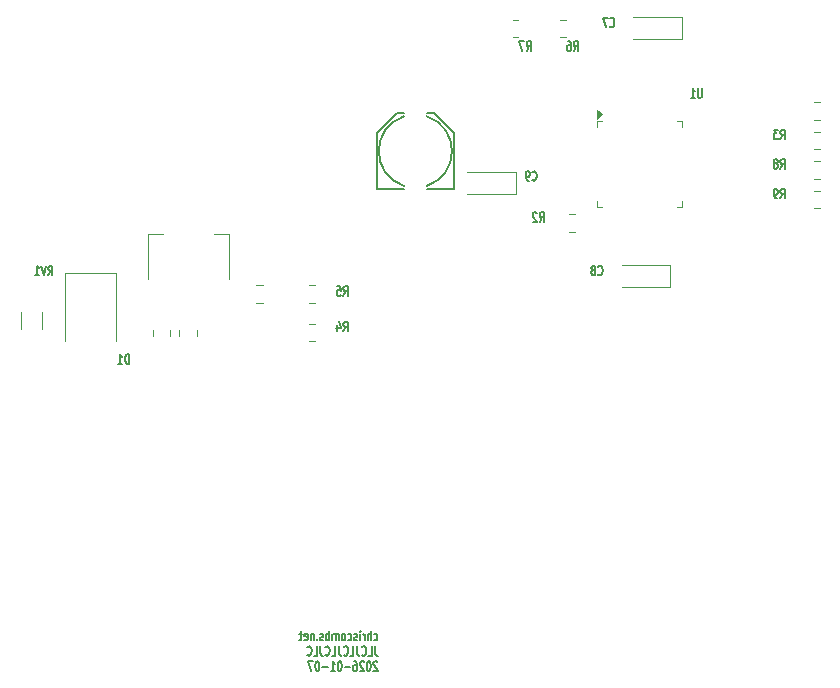
<source format=gbr>
%TF.GenerationSoftware,KiCad,Pcbnew,9.0.6-9.0.6~ubuntu22.04.1*%
%TF.CreationDate,2026-01-07T10:52:52-05:00*%
%TF.ProjectId,Hyperdrift-Display-Controller,48797065-7264-4726-9966-742d44697370,rev?*%
%TF.SameCoordinates,Original*%
%TF.FileFunction,Legend,Bot*%
%TF.FilePolarity,Positive*%
%FSLAX46Y46*%
G04 Gerber Fmt 4.6, Leading zero omitted, Abs format (unit mm)*
G04 Created by KiCad (PCBNEW 9.0.6-9.0.6~ubuntu22.04.1) date 2026-01-07 10:52:52*
%MOMM*%
%LPD*%
G01*
G04 APERTURE LIST*
%ADD10C,0.150000*%
%ADD11C,0.120000*%
%ADD12C,0.203200*%
G04 APERTURE END LIST*
D10*
X120501316Y-116780290D02*
X120558458Y-116818385D01*
X120558458Y-116818385D02*
X120672744Y-116818385D01*
X120672744Y-116818385D02*
X120729887Y-116780290D01*
X120729887Y-116780290D02*
X120758458Y-116742194D01*
X120758458Y-116742194D02*
X120787030Y-116666004D01*
X120787030Y-116666004D02*
X120787030Y-116437432D01*
X120787030Y-116437432D02*
X120758458Y-116361242D01*
X120758458Y-116361242D02*
X120729887Y-116323147D01*
X120729887Y-116323147D02*
X120672744Y-116285051D01*
X120672744Y-116285051D02*
X120558458Y-116285051D01*
X120558458Y-116285051D02*
X120501316Y-116323147D01*
X120244172Y-116818385D02*
X120244172Y-116018385D01*
X119987030Y-116818385D02*
X119987030Y-116399337D01*
X119987030Y-116399337D02*
X120015601Y-116323147D01*
X120015601Y-116323147D02*
X120072744Y-116285051D01*
X120072744Y-116285051D02*
X120158458Y-116285051D01*
X120158458Y-116285051D02*
X120215601Y-116323147D01*
X120215601Y-116323147D02*
X120244172Y-116361242D01*
X119701315Y-116818385D02*
X119701315Y-116285051D01*
X119701315Y-116437432D02*
X119672744Y-116361242D01*
X119672744Y-116361242D02*
X119644173Y-116323147D01*
X119644173Y-116323147D02*
X119587030Y-116285051D01*
X119587030Y-116285051D02*
X119529887Y-116285051D01*
X119329886Y-116818385D02*
X119329886Y-116285051D01*
X119329886Y-116018385D02*
X119358458Y-116056480D01*
X119358458Y-116056480D02*
X119329886Y-116094575D01*
X119329886Y-116094575D02*
X119301315Y-116056480D01*
X119301315Y-116056480D02*
X119329886Y-116018385D01*
X119329886Y-116018385D02*
X119329886Y-116094575D01*
X119072744Y-116780290D02*
X119015601Y-116818385D01*
X119015601Y-116818385D02*
X118901315Y-116818385D01*
X118901315Y-116818385D02*
X118844172Y-116780290D01*
X118844172Y-116780290D02*
X118815601Y-116704099D01*
X118815601Y-116704099D02*
X118815601Y-116666004D01*
X118815601Y-116666004D02*
X118844172Y-116589813D01*
X118844172Y-116589813D02*
X118901315Y-116551718D01*
X118901315Y-116551718D02*
X118987030Y-116551718D01*
X118987030Y-116551718D02*
X119044172Y-116513623D01*
X119044172Y-116513623D02*
X119072744Y-116437432D01*
X119072744Y-116437432D02*
X119072744Y-116399337D01*
X119072744Y-116399337D02*
X119044172Y-116323147D01*
X119044172Y-116323147D02*
X118987030Y-116285051D01*
X118987030Y-116285051D02*
X118901315Y-116285051D01*
X118901315Y-116285051D02*
X118844172Y-116323147D01*
X118301316Y-116780290D02*
X118358458Y-116818385D01*
X118358458Y-116818385D02*
X118472744Y-116818385D01*
X118472744Y-116818385D02*
X118529887Y-116780290D01*
X118529887Y-116780290D02*
X118558458Y-116742194D01*
X118558458Y-116742194D02*
X118587030Y-116666004D01*
X118587030Y-116666004D02*
X118587030Y-116437432D01*
X118587030Y-116437432D02*
X118558458Y-116361242D01*
X118558458Y-116361242D02*
X118529887Y-116323147D01*
X118529887Y-116323147D02*
X118472744Y-116285051D01*
X118472744Y-116285051D02*
X118358458Y-116285051D01*
X118358458Y-116285051D02*
X118301316Y-116323147D01*
X117958458Y-116818385D02*
X118015601Y-116780290D01*
X118015601Y-116780290D02*
X118044172Y-116742194D01*
X118044172Y-116742194D02*
X118072744Y-116666004D01*
X118072744Y-116666004D02*
X118072744Y-116437432D01*
X118072744Y-116437432D02*
X118044172Y-116361242D01*
X118044172Y-116361242D02*
X118015601Y-116323147D01*
X118015601Y-116323147D02*
X117958458Y-116285051D01*
X117958458Y-116285051D02*
X117872744Y-116285051D01*
X117872744Y-116285051D02*
X117815601Y-116323147D01*
X117815601Y-116323147D02*
X117787030Y-116361242D01*
X117787030Y-116361242D02*
X117758458Y-116437432D01*
X117758458Y-116437432D02*
X117758458Y-116666004D01*
X117758458Y-116666004D02*
X117787030Y-116742194D01*
X117787030Y-116742194D02*
X117815601Y-116780290D01*
X117815601Y-116780290D02*
X117872744Y-116818385D01*
X117872744Y-116818385D02*
X117958458Y-116818385D01*
X117501315Y-116818385D02*
X117501315Y-116285051D01*
X117501315Y-116361242D02*
X117472744Y-116323147D01*
X117472744Y-116323147D02*
X117415601Y-116285051D01*
X117415601Y-116285051D02*
X117329887Y-116285051D01*
X117329887Y-116285051D02*
X117272744Y-116323147D01*
X117272744Y-116323147D02*
X117244173Y-116399337D01*
X117244173Y-116399337D02*
X117244173Y-116818385D01*
X117244173Y-116399337D02*
X117215601Y-116323147D01*
X117215601Y-116323147D02*
X117158458Y-116285051D01*
X117158458Y-116285051D02*
X117072744Y-116285051D01*
X117072744Y-116285051D02*
X117015601Y-116323147D01*
X117015601Y-116323147D02*
X116987030Y-116399337D01*
X116987030Y-116399337D02*
X116987030Y-116818385D01*
X116701315Y-116818385D02*
X116701315Y-116018385D01*
X116701315Y-116323147D02*
X116644173Y-116285051D01*
X116644173Y-116285051D02*
X116529887Y-116285051D01*
X116529887Y-116285051D02*
X116472744Y-116323147D01*
X116472744Y-116323147D02*
X116444173Y-116361242D01*
X116444173Y-116361242D02*
X116415601Y-116437432D01*
X116415601Y-116437432D02*
X116415601Y-116666004D01*
X116415601Y-116666004D02*
X116444173Y-116742194D01*
X116444173Y-116742194D02*
X116472744Y-116780290D01*
X116472744Y-116780290D02*
X116529887Y-116818385D01*
X116529887Y-116818385D02*
X116644173Y-116818385D01*
X116644173Y-116818385D02*
X116701315Y-116780290D01*
X116187030Y-116780290D02*
X116129887Y-116818385D01*
X116129887Y-116818385D02*
X116015601Y-116818385D01*
X116015601Y-116818385D02*
X115958458Y-116780290D01*
X115958458Y-116780290D02*
X115929887Y-116704099D01*
X115929887Y-116704099D02*
X115929887Y-116666004D01*
X115929887Y-116666004D02*
X115958458Y-116589813D01*
X115958458Y-116589813D02*
X116015601Y-116551718D01*
X116015601Y-116551718D02*
X116101316Y-116551718D01*
X116101316Y-116551718D02*
X116158458Y-116513623D01*
X116158458Y-116513623D02*
X116187030Y-116437432D01*
X116187030Y-116437432D02*
X116187030Y-116399337D01*
X116187030Y-116399337D02*
X116158458Y-116323147D01*
X116158458Y-116323147D02*
X116101316Y-116285051D01*
X116101316Y-116285051D02*
X116015601Y-116285051D01*
X116015601Y-116285051D02*
X115958458Y-116323147D01*
X115672744Y-116742194D02*
X115644173Y-116780290D01*
X115644173Y-116780290D02*
X115672744Y-116818385D01*
X115672744Y-116818385D02*
X115701316Y-116780290D01*
X115701316Y-116780290D02*
X115672744Y-116742194D01*
X115672744Y-116742194D02*
X115672744Y-116818385D01*
X115387030Y-116285051D02*
X115387030Y-116818385D01*
X115387030Y-116361242D02*
X115358459Y-116323147D01*
X115358459Y-116323147D02*
X115301316Y-116285051D01*
X115301316Y-116285051D02*
X115215602Y-116285051D01*
X115215602Y-116285051D02*
X115158459Y-116323147D01*
X115158459Y-116323147D02*
X115129888Y-116399337D01*
X115129888Y-116399337D02*
X115129888Y-116818385D01*
X114615602Y-116780290D02*
X114672745Y-116818385D01*
X114672745Y-116818385D02*
X114787031Y-116818385D01*
X114787031Y-116818385D02*
X114844173Y-116780290D01*
X114844173Y-116780290D02*
X114872745Y-116704099D01*
X114872745Y-116704099D02*
X114872745Y-116399337D01*
X114872745Y-116399337D02*
X114844173Y-116323147D01*
X114844173Y-116323147D02*
X114787031Y-116285051D01*
X114787031Y-116285051D02*
X114672745Y-116285051D01*
X114672745Y-116285051D02*
X114615602Y-116323147D01*
X114615602Y-116323147D02*
X114587031Y-116399337D01*
X114587031Y-116399337D02*
X114587031Y-116475528D01*
X114587031Y-116475528D02*
X114872745Y-116551718D01*
X114415602Y-116285051D02*
X114187030Y-116285051D01*
X114329887Y-116018385D02*
X114329887Y-116704099D01*
X114329887Y-116704099D02*
X114301316Y-116780290D01*
X114301316Y-116780290D02*
X114244173Y-116818385D01*
X114244173Y-116818385D02*
X114187030Y-116818385D01*
X120587030Y-117306340D02*
X120587030Y-117877768D01*
X120587030Y-117877768D02*
X120615601Y-117992054D01*
X120615601Y-117992054D02*
X120672744Y-118068245D01*
X120672744Y-118068245D02*
X120758458Y-118106340D01*
X120758458Y-118106340D02*
X120815601Y-118106340D01*
X120015601Y-118106340D02*
X120301315Y-118106340D01*
X120301315Y-118106340D02*
X120301315Y-117306340D01*
X119472744Y-118030149D02*
X119501316Y-118068245D01*
X119501316Y-118068245D02*
X119587030Y-118106340D01*
X119587030Y-118106340D02*
X119644173Y-118106340D01*
X119644173Y-118106340D02*
X119729887Y-118068245D01*
X119729887Y-118068245D02*
X119787030Y-117992054D01*
X119787030Y-117992054D02*
X119815601Y-117915864D01*
X119815601Y-117915864D02*
X119844173Y-117763483D01*
X119844173Y-117763483D02*
X119844173Y-117649197D01*
X119844173Y-117649197D02*
X119815601Y-117496816D01*
X119815601Y-117496816D02*
X119787030Y-117420625D01*
X119787030Y-117420625D02*
X119729887Y-117344435D01*
X119729887Y-117344435D02*
X119644173Y-117306340D01*
X119644173Y-117306340D02*
X119587030Y-117306340D01*
X119587030Y-117306340D02*
X119501316Y-117344435D01*
X119501316Y-117344435D02*
X119472744Y-117382530D01*
X119044173Y-117306340D02*
X119044173Y-117877768D01*
X119044173Y-117877768D02*
X119072744Y-117992054D01*
X119072744Y-117992054D02*
X119129887Y-118068245D01*
X119129887Y-118068245D02*
X119215601Y-118106340D01*
X119215601Y-118106340D02*
X119272744Y-118106340D01*
X118472744Y-118106340D02*
X118758458Y-118106340D01*
X118758458Y-118106340D02*
X118758458Y-117306340D01*
X117929887Y-118030149D02*
X117958459Y-118068245D01*
X117958459Y-118068245D02*
X118044173Y-118106340D01*
X118044173Y-118106340D02*
X118101316Y-118106340D01*
X118101316Y-118106340D02*
X118187030Y-118068245D01*
X118187030Y-118068245D02*
X118244173Y-117992054D01*
X118244173Y-117992054D02*
X118272744Y-117915864D01*
X118272744Y-117915864D02*
X118301316Y-117763483D01*
X118301316Y-117763483D02*
X118301316Y-117649197D01*
X118301316Y-117649197D02*
X118272744Y-117496816D01*
X118272744Y-117496816D02*
X118244173Y-117420625D01*
X118244173Y-117420625D02*
X118187030Y-117344435D01*
X118187030Y-117344435D02*
X118101316Y-117306340D01*
X118101316Y-117306340D02*
X118044173Y-117306340D01*
X118044173Y-117306340D02*
X117958459Y-117344435D01*
X117958459Y-117344435D02*
X117929887Y-117382530D01*
X117501316Y-117306340D02*
X117501316Y-117877768D01*
X117501316Y-117877768D02*
X117529887Y-117992054D01*
X117529887Y-117992054D02*
X117587030Y-118068245D01*
X117587030Y-118068245D02*
X117672744Y-118106340D01*
X117672744Y-118106340D02*
X117729887Y-118106340D01*
X116929887Y-118106340D02*
X117215601Y-118106340D01*
X117215601Y-118106340D02*
X117215601Y-117306340D01*
X116387030Y-118030149D02*
X116415602Y-118068245D01*
X116415602Y-118068245D02*
X116501316Y-118106340D01*
X116501316Y-118106340D02*
X116558459Y-118106340D01*
X116558459Y-118106340D02*
X116644173Y-118068245D01*
X116644173Y-118068245D02*
X116701316Y-117992054D01*
X116701316Y-117992054D02*
X116729887Y-117915864D01*
X116729887Y-117915864D02*
X116758459Y-117763483D01*
X116758459Y-117763483D02*
X116758459Y-117649197D01*
X116758459Y-117649197D02*
X116729887Y-117496816D01*
X116729887Y-117496816D02*
X116701316Y-117420625D01*
X116701316Y-117420625D02*
X116644173Y-117344435D01*
X116644173Y-117344435D02*
X116558459Y-117306340D01*
X116558459Y-117306340D02*
X116501316Y-117306340D01*
X116501316Y-117306340D02*
X116415602Y-117344435D01*
X116415602Y-117344435D02*
X116387030Y-117382530D01*
X115958459Y-117306340D02*
X115958459Y-117877768D01*
X115958459Y-117877768D02*
X115987030Y-117992054D01*
X115987030Y-117992054D02*
X116044173Y-118068245D01*
X116044173Y-118068245D02*
X116129887Y-118106340D01*
X116129887Y-118106340D02*
X116187030Y-118106340D01*
X115387030Y-118106340D02*
X115672744Y-118106340D01*
X115672744Y-118106340D02*
X115672744Y-117306340D01*
X114844173Y-118030149D02*
X114872745Y-118068245D01*
X114872745Y-118068245D02*
X114958459Y-118106340D01*
X114958459Y-118106340D02*
X115015602Y-118106340D01*
X115015602Y-118106340D02*
X115101316Y-118068245D01*
X115101316Y-118068245D02*
X115158459Y-117992054D01*
X115158459Y-117992054D02*
X115187030Y-117915864D01*
X115187030Y-117915864D02*
X115215602Y-117763483D01*
X115215602Y-117763483D02*
X115215602Y-117649197D01*
X115215602Y-117649197D02*
X115187030Y-117496816D01*
X115187030Y-117496816D02*
X115158459Y-117420625D01*
X115158459Y-117420625D02*
X115101316Y-117344435D01*
X115101316Y-117344435D02*
X115015602Y-117306340D01*
X115015602Y-117306340D02*
X114958459Y-117306340D01*
X114958459Y-117306340D02*
X114872745Y-117344435D01*
X114872745Y-117344435D02*
X114844173Y-117382530D01*
X120787030Y-118670485D02*
X120758458Y-118632390D01*
X120758458Y-118632390D02*
X120701316Y-118594295D01*
X120701316Y-118594295D02*
X120558458Y-118594295D01*
X120558458Y-118594295D02*
X120501316Y-118632390D01*
X120501316Y-118632390D02*
X120472744Y-118670485D01*
X120472744Y-118670485D02*
X120444173Y-118746676D01*
X120444173Y-118746676D02*
X120444173Y-118822866D01*
X120444173Y-118822866D02*
X120472744Y-118937152D01*
X120472744Y-118937152D02*
X120815601Y-119394295D01*
X120815601Y-119394295D02*
X120444173Y-119394295D01*
X120072744Y-118594295D02*
X120015601Y-118594295D01*
X120015601Y-118594295D02*
X119958458Y-118632390D01*
X119958458Y-118632390D02*
X119929887Y-118670485D01*
X119929887Y-118670485D02*
X119901315Y-118746676D01*
X119901315Y-118746676D02*
X119872744Y-118899057D01*
X119872744Y-118899057D02*
X119872744Y-119089533D01*
X119872744Y-119089533D02*
X119901315Y-119241914D01*
X119901315Y-119241914D02*
X119929887Y-119318104D01*
X119929887Y-119318104D02*
X119958458Y-119356200D01*
X119958458Y-119356200D02*
X120015601Y-119394295D01*
X120015601Y-119394295D02*
X120072744Y-119394295D01*
X120072744Y-119394295D02*
X120129887Y-119356200D01*
X120129887Y-119356200D02*
X120158458Y-119318104D01*
X120158458Y-119318104D02*
X120187029Y-119241914D01*
X120187029Y-119241914D02*
X120215601Y-119089533D01*
X120215601Y-119089533D02*
X120215601Y-118899057D01*
X120215601Y-118899057D02*
X120187029Y-118746676D01*
X120187029Y-118746676D02*
X120158458Y-118670485D01*
X120158458Y-118670485D02*
X120129887Y-118632390D01*
X120129887Y-118632390D02*
X120072744Y-118594295D01*
X119644172Y-118670485D02*
X119615600Y-118632390D01*
X119615600Y-118632390D02*
X119558458Y-118594295D01*
X119558458Y-118594295D02*
X119415600Y-118594295D01*
X119415600Y-118594295D02*
X119358458Y-118632390D01*
X119358458Y-118632390D02*
X119329886Y-118670485D01*
X119329886Y-118670485D02*
X119301315Y-118746676D01*
X119301315Y-118746676D02*
X119301315Y-118822866D01*
X119301315Y-118822866D02*
X119329886Y-118937152D01*
X119329886Y-118937152D02*
X119672743Y-119394295D01*
X119672743Y-119394295D02*
X119301315Y-119394295D01*
X118787029Y-118594295D02*
X118901314Y-118594295D01*
X118901314Y-118594295D02*
X118958457Y-118632390D01*
X118958457Y-118632390D02*
X118987029Y-118670485D01*
X118987029Y-118670485D02*
X119044171Y-118784771D01*
X119044171Y-118784771D02*
X119072743Y-118937152D01*
X119072743Y-118937152D02*
X119072743Y-119241914D01*
X119072743Y-119241914D02*
X119044171Y-119318104D01*
X119044171Y-119318104D02*
X119015600Y-119356200D01*
X119015600Y-119356200D02*
X118958457Y-119394295D01*
X118958457Y-119394295D02*
X118844171Y-119394295D01*
X118844171Y-119394295D02*
X118787029Y-119356200D01*
X118787029Y-119356200D02*
X118758457Y-119318104D01*
X118758457Y-119318104D02*
X118729886Y-119241914D01*
X118729886Y-119241914D02*
X118729886Y-119051438D01*
X118729886Y-119051438D02*
X118758457Y-118975247D01*
X118758457Y-118975247D02*
X118787029Y-118937152D01*
X118787029Y-118937152D02*
X118844171Y-118899057D01*
X118844171Y-118899057D02*
X118958457Y-118899057D01*
X118958457Y-118899057D02*
X119015600Y-118937152D01*
X119015600Y-118937152D02*
X119044171Y-118975247D01*
X119044171Y-118975247D02*
X119072743Y-119051438D01*
X118472742Y-119089533D02*
X118015600Y-119089533D01*
X117615600Y-118594295D02*
X117558457Y-118594295D01*
X117558457Y-118594295D02*
X117501314Y-118632390D01*
X117501314Y-118632390D02*
X117472743Y-118670485D01*
X117472743Y-118670485D02*
X117444171Y-118746676D01*
X117444171Y-118746676D02*
X117415600Y-118899057D01*
X117415600Y-118899057D02*
X117415600Y-119089533D01*
X117415600Y-119089533D02*
X117444171Y-119241914D01*
X117444171Y-119241914D02*
X117472743Y-119318104D01*
X117472743Y-119318104D02*
X117501314Y-119356200D01*
X117501314Y-119356200D02*
X117558457Y-119394295D01*
X117558457Y-119394295D02*
X117615600Y-119394295D01*
X117615600Y-119394295D02*
X117672743Y-119356200D01*
X117672743Y-119356200D02*
X117701314Y-119318104D01*
X117701314Y-119318104D02*
X117729885Y-119241914D01*
X117729885Y-119241914D02*
X117758457Y-119089533D01*
X117758457Y-119089533D02*
X117758457Y-118899057D01*
X117758457Y-118899057D02*
X117729885Y-118746676D01*
X117729885Y-118746676D02*
X117701314Y-118670485D01*
X117701314Y-118670485D02*
X117672743Y-118632390D01*
X117672743Y-118632390D02*
X117615600Y-118594295D01*
X116844171Y-119394295D02*
X117187028Y-119394295D01*
X117015599Y-119394295D02*
X117015599Y-118594295D01*
X117015599Y-118594295D02*
X117072742Y-118708580D01*
X117072742Y-118708580D02*
X117129885Y-118784771D01*
X117129885Y-118784771D02*
X117187028Y-118822866D01*
X116587027Y-119089533D02*
X116129885Y-119089533D01*
X115729885Y-118594295D02*
X115672742Y-118594295D01*
X115672742Y-118594295D02*
X115615599Y-118632390D01*
X115615599Y-118632390D02*
X115587028Y-118670485D01*
X115587028Y-118670485D02*
X115558456Y-118746676D01*
X115558456Y-118746676D02*
X115529885Y-118899057D01*
X115529885Y-118899057D02*
X115529885Y-119089533D01*
X115529885Y-119089533D02*
X115558456Y-119241914D01*
X115558456Y-119241914D02*
X115587028Y-119318104D01*
X115587028Y-119318104D02*
X115615599Y-119356200D01*
X115615599Y-119356200D02*
X115672742Y-119394295D01*
X115672742Y-119394295D02*
X115729885Y-119394295D01*
X115729885Y-119394295D02*
X115787028Y-119356200D01*
X115787028Y-119356200D02*
X115815599Y-119318104D01*
X115815599Y-119318104D02*
X115844170Y-119241914D01*
X115844170Y-119241914D02*
X115872742Y-119089533D01*
X115872742Y-119089533D02*
X115872742Y-118899057D01*
X115872742Y-118899057D02*
X115844170Y-118746676D01*
X115844170Y-118746676D02*
X115815599Y-118670485D01*
X115815599Y-118670485D02*
X115787028Y-118632390D01*
X115787028Y-118632390D02*
X115729885Y-118594295D01*
X115329884Y-118594295D02*
X114929884Y-118594295D01*
X114929884Y-118594295D02*
X115187027Y-119394295D01*
X154915601Y-74394295D02*
X155115601Y-74013342D01*
X155258458Y-74394295D02*
X155258458Y-73594295D01*
X155258458Y-73594295D02*
X155029887Y-73594295D01*
X155029887Y-73594295D02*
X154972744Y-73632390D01*
X154972744Y-73632390D02*
X154944173Y-73670485D01*
X154944173Y-73670485D02*
X154915601Y-73746676D01*
X154915601Y-73746676D02*
X154915601Y-73860961D01*
X154915601Y-73860961D02*
X154944173Y-73937152D01*
X154944173Y-73937152D02*
X154972744Y-73975247D01*
X154972744Y-73975247D02*
X155029887Y-74013342D01*
X155029887Y-74013342D02*
X155258458Y-74013342D01*
X154715601Y-73594295D02*
X154344173Y-73594295D01*
X154344173Y-73594295D02*
X154544173Y-73899057D01*
X154544173Y-73899057D02*
X154458458Y-73899057D01*
X154458458Y-73899057D02*
X154401316Y-73937152D01*
X154401316Y-73937152D02*
X154372744Y-73975247D01*
X154372744Y-73975247D02*
X154344173Y-74051438D01*
X154344173Y-74051438D02*
X154344173Y-74241914D01*
X154344173Y-74241914D02*
X154372744Y-74318104D01*
X154372744Y-74318104D02*
X154401316Y-74356200D01*
X154401316Y-74356200D02*
X154458458Y-74394295D01*
X154458458Y-74394295D02*
X154629887Y-74394295D01*
X154629887Y-74394295D02*
X154687030Y-74356200D01*
X154687030Y-74356200D02*
X154715601Y-74318104D01*
X133915601Y-77818104D02*
X133944173Y-77856200D01*
X133944173Y-77856200D02*
X134029887Y-77894295D01*
X134029887Y-77894295D02*
X134087030Y-77894295D01*
X134087030Y-77894295D02*
X134172744Y-77856200D01*
X134172744Y-77856200D02*
X134229887Y-77780009D01*
X134229887Y-77780009D02*
X134258458Y-77703819D01*
X134258458Y-77703819D02*
X134287030Y-77551438D01*
X134287030Y-77551438D02*
X134287030Y-77437152D01*
X134287030Y-77437152D02*
X134258458Y-77284771D01*
X134258458Y-77284771D02*
X134229887Y-77208580D01*
X134229887Y-77208580D02*
X134172744Y-77132390D01*
X134172744Y-77132390D02*
X134087030Y-77094295D01*
X134087030Y-77094295D02*
X134029887Y-77094295D01*
X134029887Y-77094295D02*
X133944173Y-77132390D01*
X133944173Y-77132390D02*
X133915601Y-77170485D01*
X133629887Y-77894295D02*
X133515601Y-77894295D01*
X133515601Y-77894295D02*
X133458458Y-77856200D01*
X133458458Y-77856200D02*
X133429887Y-77818104D01*
X133429887Y-77818104D02*
X133372744Y-77703819D01*
X133372744Y-77703819D02*
X133344173Y-77551438D01*
X133344173Y-77551438D02*
X133344173Y-77246676D01*
X133344173Y-77246676D02*
X133372744Y-77170485D01*
X133372744Y-77170485D02*
X133401316Y-77132390D01*
X133401316Y-77132390D02*
X133458458Y-77094295D01*
X133458458Y-77094295D02*
X133572744Y-77094295D01*
X133572744Y-77094295D02*
X133629887Y-77132390D01*
X133629887Y-77132390D02*
X133658458Y-77170485D01*
X133658458Y-77170485D02*
X133687030Y-77246676D01*
X133687030Y-77246676D02*
X133687030Y-77437152D01*
X133687030Y-77437152D02*
X133658458Y-77513342D01*
X133658458Y-77513342D02*
X133629887Y-77551438D01*
X133629887Y-77551438D02*
X133572744Y-77589533D01*
X133572744Y-77589533D02*
X133458458Y-77589533D01*
X133458458Y-77589533D02*
X133401316Y-77551438D01*
X133401316Y-77551438D02*
X133372744Y-77513342D01*
X133372744Y-77513342D02*
X133344173Y-77437152D01*
X137415601Y-66894295D02*
X137615601Y-66513342D01*
X137758458Y-66894295D02*
X137758458Y-66094295D01*
X137758458Y-66094295D02*
X137529887Y-66094295D01*
X137529887Y-66094295D02*
X137472744Y-66132390D01*
X137472744Y-66132390D02*
X137444173Y-66170485D01*
X137444173Y-66170485D02*
X137415601Y-66246676D01*
X137415601Y-66246676D02*
X137415601Y-66360961D01*
X137415601Y-66360961D02*
X137444173Y-66437152D01*
X137444173Y-66437152D02*
X137472744Y-66475247D01*
X137472744Y-66475247D02*
X137529887Y-66513342D01*
X137529887Y-66513342D02*
X137758458Y-66513342D01*
X136901316Y-66094295D02*
X137015601Y-66094295D01*
X137015601Y-66094295D02*
X137072744Y-66132390D01*
X137072744Y-66132390D02*
X137101316Y-66170485D01*
X137101316Y-66170485D02*
X137158458Y-66284771D01*
X137158458Y-66284771D02*
X137187030Y-66437152D01*
X137187030Y-66437152D02*
X137187030Y-66741914D01*
X137187030Y-66741914D02*
X137158458Y-66818104D01*
X137158458Y-66818104D02*
X137129887Y-66856200D01*
X137129887Y-66856200D02*
X137072744Y-66894295D01*
X137072744Y-66894295D02*
X136958458Y-66894295D01*
X136958458Y-66894295D02*
X136901316Y-66856200D01*
X136901316Y-66856200D02*
X136872744Y-66818104D01*
X136872744Y-66818104D02*
X136844173Y-66741914D01*
X136844173Y-66741914D02*
X136844173Y-66551438D01*
X136844173Y-66551438D02*
X136872744Y-66475247D01*
X136872744Y-66475247D02*
X136901316Y-66437152D01*
X136901316Y-66437152D02*
X136958458Y-66399057D01*
X136958458Y-66399057D02*
X137072744Y-66399057D01*
X137072744Y-66399057D02*
X137129887Y-66437152D01*
X137129887Y-66437152D02*
X137158458Y-66475247D01*
X137158458Y-66475247D02*
X137187030Y-66551438D01*
X92915601Y-85894295D02*
X93115601Y-85513342D01*
X93258458Y-85894295D02*
X93258458Y-85094295D01*
X93258458Y-85094295D02*
X93029887Y-85094295D01*
X93029887Y-85094295D02*
X92972744Y-85132390D01*
X92972744Y-85132390D02*
X92944173Y-85170485D01*
X92944173Y-85170485D02*
X92915601Y-85246676D01*
X92915601Y-85246676D02*
X92915601Y-85360961D01*
X92915601Y-85360961D02*
X92944173Y-85437152D01*
X92944173Y-85437152D02*
X92972744Y-85475247D01*
X92972744Y-85475247D02*
X93029887Y-85513342D01*
X93029887Y-85513342D02*
X93258458Y-85513342D01*
X92744173Y-85094295D02*
X92544173Y-85894295D01*
X92544173Y-85894295D02*
X92344173Y-85094295D01*
X91829887Y-85894295D02*
X92172744Y-85894295D01*
X92001315Y-85894295D02*
X92001315Y-85094295D01*
X92001315Y-85094295D02*
X92058458Y-85208580D01*
X92058458Y-85208580D02*
X92115601Y-85284771D01*
X92115601Y-85284771D02*
X92172744Y-85322866D01*
X117915601Y-87644295D02*
X118115601Y-87263342D01*
X118258458Y-87644295D02*
X118258458Y-86844295D01*
X118258458Y-86844295D02*
X118029887Y-86844295D01*
X118029887Y-86844295D02*
X117972744Y-86882390D01*
X117972744Y-86882390D02*
X117944173Y-86920485D01*
X117944173Y-86920485D02*
X117915601Y-86996676D01*
X117915601Y-86996676D02*
X117915601Y-87110961D01*
X117915601Y-87110961D02*
X117944173Y-87187152D01*
X117944173Y-87187152D02*
X117972744Y-87225247D01*
X117972744Y-87225247D02*
X118029887Y-87263342D01*
X118029887Y-87263342D02*
X118258458Y-87263342D01*
X117372744Y-86844295D02*
X117658458Y-86844295D01*
X117658458Y-86844295D02*
X117687030Y-87225247D01*
X117687030Y-87225247D02*
X117658458Y-87187152D01*
X117658458Y-87187152D02*
X117601316Y-87149057D01*
X117601316Y-87149057D02*
X117458458Y-87149057D01*
X117458458Y-87149057D02*
X117401316Y-87187152D01*
X117401316Y-87187152D02*
X117372744Y-87225247D01*
X117372744Y-87225247D02*
X117344173Y-87301438D01*
X117344173Y-87301438D02*
X117344173Y-87491914D01*
X117344173Y-87491914D02*
X117372744Y-87568104D01*
X117372744Y-87568104D02*
X117401316Y-87606200D01*
X117401316Y-87606200D02*
X117458458Y-87644295D01*
X117458458Y-87644295D02*
X117601316Y-87644295D01*
X117601316Y-87644295D02*
X117658458Y-87606200D01*
X117658458Y-87606200D02*
X117687030Y-87568104D01*
X140478101Y-64818104D02*
X140506673Y-64856200D01*
X140506673Y-64856200D02*
X140592387Y-64894295D01*
X140592387Y-64894295D02*
X140649530Y-64894295D01*
X140649530Y-64894295D02*
X140735244Y-64856200D01*
X140735244Y-64856200D02*
X140792387Y-64780009D01*
X140792387Y-64780009D02*
X140820958Y-64703819D01*
X140820958Y-64703819D02*
X140849530Y-64551438D01*
X140849530Y-64551438D02*
X140849530Y-64437152D01*
X140849530Y-64437152D02*
X140820958Y-64284771D01*
X140820958Y-64284771D02*
X140792387Y-64208580D01*
X140792387Y-64208580D02*
X140735244Y-64132390D01*
X140735244Y-64132390D02*
X140649530Y-64094295D01*
X140649530Y-64094295D02*
X140592387Y-64094295D01*
X140592387Y-64094295D02*
X140506673Y-64132390D01*
X140506673Y-64132390D02*
X140478101Y-64170485D01*
X140278101Y-64094295D02*
X139878101Y-64094295D01*
X139878101Y-64094295D02*
X140135244Y-64894295D01*
X99758458Y-93394295D02*
X99758458Y-92594295D01*
X99758458Y-92594295D02*
X99615601Y-92594295D01*
X99615601Y-92594295D02*
X99529887Y-92632390D01*
X99529887Y-92632390D02*
X99472744Y-92708580D01*
X99472744Y-92708580D02*
X99444173Y-92784771D01*
X99444173Y-92784771D02*
X99415601Y-92937152D01*
X99415601Y-92937152D02*
X99415601Y-93051438D01*
X99415601Y-93051438D02*
X99444173Y-93203819D01*
X99444173Y-93203819D02*
X99472744Y-93280009D01*
X99472744Y-93280009D02*
X99529887Y-93356200D01*
X99529887Y-93356200D02*
X99615601Y-93394295D01*
X99615601Y-93394295D02*
X99758458Y-93394295D01*
X98844173Y-93394295D02*
X99187030Y-93394295D01*
X99015601Y-93394295D02*
X99015601Y-92594295D01*
X99015601Y-92594295D02*
X99072744Y-92708580D01*
X99072744Y-92708580D02*
X99129887Y-92784771D01*
X99129887Y-92784771D02*
X99187030Y-92822866D01*
X117915601Y-90644295D02*
X118115601Y-90263342D01*
X118258458Y-90644295D02*
X118258458Y-89844295D01*
X118258458Y-89844295D02*
X118029887Y-89844295D01*
X118029887Y-89844295D02*
X117972744Y-89882390D01*
X117972744Y-89882390D02*
X117944173Y-89920485D01*
X117944173Y-89920485D02*
X117915601Y-89996676D01*
X117915601Y-89996676D02*
X117915601Y-90110961D01*
X117915601Y-90110961D02*
X117944173Y-90187152D01*
X117944173Y-90187152D02*
X117972744Y-90225247D01*
X117972744Y-90225247D02*
X118029887Y-90263342D01*
X118029887Y-90263342D02*
X118258458Y-90263342D01*
X117401316Y-90110961D02*
X117401316Y-90644295D01*
X117544173Y-89806200D02*
X117687030Y-90377628D01*
X117687030Y-90377628D02*
X117315601Y-90377628D01*
X134515601Y-81394295D02*
X134715601Y-81013342D01*
X134858458Y-81394295D02*
X134858458Y-80594295D01*
X134858458Y-80594295D02*
X134629887Y-80594295D01*
X134629887Y-80594295D02*
X134572744Y-80632390D01*
X134572744Y-80632390D02*
X134544173Y-80670485D01*
X134544173Y-80670485D02*
X134515601Y-80746676D01*
X134515601Y-80746676D02*
X134515601Y-80860961D01*
X134515601Y-80860961D02*
X134544173Y-80937152D01*
X134544173Y-80937152D02*
X134572744Y-80975247D01*
X134572744Y-80975247D02*
X134629887Y-81013342D01*
X134629887Y-81013342D02*
X134858458Y-81013342D01*
X134287030Y-80670485D02*
X134258458Y-80632390D01*
X134258458Y-80632390D02*
X134201316Y-80594295D01*
X134201316Y-80594295D02*
X134058458Y-80594295D01*
X134058458Y-80594295D02*
X134001316Y-80632390D01*
X134001316Y-80632390D02*
X133972744Y-80670485D01*
X133972744Y-80670485D02*
X133944173Y-80746676D01*
X133944173Y-80746676D02*
X133944173Y-80822866D01*
X133944173Y-80822866D02*
X133972744Y-80937152D01*
X133972744Y-80937152D02*
X134315601Y-81394295D01*
X134315601Y-81394295D02*
X133944173Y-81394295D01*
X148258458Y-70094295D02*
X148258458Y-70741914D01*
X148258458Y-70741914D02*
X148229887Y-70818104D01*
X148229887Y-70818104D02*
X148201316Y-70856200D01*
X148201316Y-70856200D02*
X148144173Y-70894295D01*
X148144173Y-70894295D02*
X148029887Y-70894295D01*
X148029887Y-70894295D02*
X147972744Y-70856200D01*
X147972744Y-70856200D02*
X147944173Y-70818104D01*
X147944173Y-70818104D02*
X147915601Y-70741914D01*
X147915601Y-70741914D02*
X147915601Y-70094295D01*
X147315602Y-70894295D02*
X147658459Y-70894295D01*
X147487030Y-70894295D02*
X147487030Y-70094295D01*
X147487030Y-70094295D02*
X147544173Y-70208580D01*
X147544173Y-70208580D02*
X147601316Y-70284771D01*
X147601316Y-70284771D02*
X147658459Y-70322866D01*
X133415601Y-66894295D02*
X133615601Y-66513342D01*
X133758458Y-66894295D02*
X133758458Y-66094295D01*
X133758458Y-66094295D02*
X133529887Y-66094295D01*
X133529887Y-66094295D02*
X133472744Y-66132390D01*
X133472744Y-66132390D02*
X133444173Y-66170485D01*
X133444173Y-66170485D02*
X133415601Y-66246676D01*
X133415601Y-66246676D02*
X133415601Y-66360961D01*
X133415601Y-66360961D02*
X133444173Y-66437152D01*
X133444173Y-66437152D02*
X133472744Y-66475247D01*
X133472744Y-66475247D02*
X133529887Y-66513342D01*
X133529887Y-66513342D02*
X133758458Y-66513342D01*
X133215601Y-66094295D02*
X132815601Y-66094295D01*
X132815601Y-66094295D02*
X133072744Y-66894295D01*
X154915601Y-79394295D02*
X155115601Y-79013342D01*
X155258458Y-79394295D02*
X155258458Y-78594295D01*
X155258458Y-78594295D02*
X155029887Y-78594295D01*
X155029887Y-78594295D02*
X154972744Y-78632390D01*
X154972744Y-78632390D02*
X154944173Y-78670485D01*
X154944173Y-78670485D02*
X154915601Y-78746676D01*
X154915601Y-78746676D02*
X154915601Y-78860961D01*
X154915601Y-78860961D02*
X154944173Y-78937152D01*
X154944173Y-78937152D02*
X154972744Y-78975247D01*
X154972744Y-78975247D02*
X155029887Y-79013342D01*
X155029887Y-79013342D02*
X155258458Y-79013342D01*
X154629887Y-79394295D02*
X154515601Y-79394295D01*
X154515601Y-79394295D02*
X154458458Y-79356200D01*
X154458458Y-79356200D02*
X154429887Y-79318104D01*
X154429887Y-79318104D02*
X154372744Y-79203819D01*
X154372744Y-79203819D02*
X154344173Y-79051438D01*
X154344173Y-79051438D02*
X154344173Y-78746676D01*
X154344173Y-78746676D02*
X154372744Y-78670485D01*
X154372744Y-78670485D02*
X154401316Y-78632390D01*
X154401316Y-78632390D02*
X154458458Y-78594295D01*
X154458458Y-78594295D02*
X154572744Y-78594295D01*
X154572744Y-78594295D02*
X154629887Y-78632390D01*
X154629887Y-78632390D02*
X154658458Y-78670485D01*
X154658458Y-78670485D02*
X154687030Y-78746676D01*
X154687030Y-78746676D02*
X154687030Y-78937152D01*
X154687030Y-78937152D02*
X154658458Y-79013342D01*
X154658458Y-79013342D02*
X154629887Y-79051438D01*
X154629887Y-79051438D02*
X154572744Y-79089533D01*
X154572744Y-79089533D02*
X154458458Y-79089533D01*
X154458458Y-79089533D02*
X154401316Y-79051438D01*
X154401316Y-79051438D02*
X154372744Y-79013342D01*
X154372744Y-79013342D02*
X154344173Y-78937152D01*
X139478101Y-85818104D02*
X139506673Y-85856200D01*
X139506673Y-85856200D02*
X139592387Y-85894295D01*
X139592387Y-85894295D02*
X139649530Y-85894295D01*
X139649530Y-85894295D02*
X139735244Y-85856200D01*
X139735244Y-85856200D02*
X139792387Y-85780009D01*
X139792387Y-85780009D02*
X139820958Y-85703819D01*
X139820958Y-85703819D02*
X139849530Y-85551438D01*
X139849530Y-85551438D02*
X139849530Y-85437152D01*
X139849530Y-85437152D02*
X139820958Y-85284771D01*
X139820958Y-85284771D02*
X139792387Y-85208580D01*
X139792387Y-85208580D02*
X139735244Y-85132390D01*
X139735244Y-85132390D02*
X139649530Y-85094295D01*
X139649530Y-85094295D02*
X139592387Y-85094295D01*
X139592387Y-85094295D02*
X139506673Y-85132390D01*
X139506673Y-85132390D02*
X139478101Y-85170485D01*
X139135244Y-85437152D02*
X139192387Y-85399057D01*
X139192387Y-85399057D02*
X139220958Y-85360961D01*
X139220958Y-85360961D02*
X139249530Y-85284771D01*
X139249530Y-85284771D02*
X139249530Y-85246676D01*
X139249530Y-85246676D02*
X139220958Y-85170485D01*
X139220958Y-85170485D02*
X139192387Y-85132390D01*
X139192387Y-85132390D02*
X139135244Y-85094295D01*
X139135244Y-85094295D02*
X139020958Y-85094295D01*
X139020958Y-85094295D02*
X138963816Y-85132390D01*
X138963816Y-85132390D02*
X138935244Y-85170485D01*
X138935244Y-85170485D02*
X138906673Y-85246676D01*
X138906673Y-85246676D02*
X138906673Y-85284771D01*
X138906673Y-85284771D02*
X138935244Y-85360961D01*
X138935244Y-85360961D02*
X138963816Y-85399057D01*
X138963816Y-85399057D02*
X139020958Y-85437152D01*
X139020958Y-85437152D02*
X139135244Y-85437152D01*
X139135244Y-85437152D02*
X139192387Y-85475247D01*
X139192387Y-85475247D02*
X139220958Y-85513342D01*
X139220958Y-85513342D02*
X139249530Y-85589533D01*
X139249530Y-85589533D02*
X139249530Y-85741914D01*
X139249530Y-85741914D02*
X139220958Y-85818104D01*
X139220958Y-85818104D02*
X139192387Y-85856200D01*
X139192387Y-85856200D02*
X139135244Y-85894295D01*
X139135244Y-85894295D02*
X139020958Y-85894295D01*
X139020958Y-85894295D02*
X138963816Y-85856200D01*
X138963816Y-85856200D02*
X138935244Y-85818104D01*
X138935244Y-85818104D02*
X138906673Y-85741914D01*
X138906673Y-85741914D02*
X138906673Y-85589533D01*
X138906673Y-85589533D02*
X138935244Y-85513342D01*
X138935244Y-85513342D02*
X138963816Y-85475247D01*
X138963816Y-85475247D02*
X139020958Y-85437152D01*
X154915601Y-76894295D02*
X155115601Y-76513342D01*
X155258458Y-76894295D02*
X155258458Y-76094295D01*
X155258458Y-76094295D02*
X155029887Y-76094295D01*
X155029887Y-76094295D02*
X154972744Y-76132390D01*
X154972744Y-76132390D02*
X154944173Y-76170485D01*
X154944173Y-76170485D02*
X154915601Y-76246676D01*
X154915601Y-76246676D02*
X154915601Y-76360961D01*
X154915601Y-76360961D02*
X154944173Y-76437152D01*
X154944173Y-76437152D02*
X154972744Y-76475247D01*
X154972744Y-76475247D02*
X155029887Y-76513342D01*
X155029887Y-76513342D02*
X155258458Y-76513342D01*
X154572744Y-76437152D02*
X154629887Y-76399057D01*
X154629887Y-76399057D02*
X154658458Y-76360961D01*
X154658458Y-76360961D02*
X154687030Y-76284771D01*
X154687030Y-76284771D02*
X154687030Y-76246676D01*
X154687030Y-76246676D02*
X154658458Y-76170485D01*
X154658458Y-76170485D02*
X154629887Y-76132390D01*
X154629887Y-76132390D02*
X154572744Y-76094295D01*
X154572744Y-76094295D02*
X154458458Y-76094295D01*
X154458458Y-76094295D02*
X154401316Y-76132390D01*
X154401316Y-76132390D02*
X154372744Y-76170485D01*
X154372744Y-76170485D02*
X154344173Y-76246676D01*
X154344173Y-76246676D02*
X154344173Y-76284771D01*
X154344173Y-76284771D02*
X154372744Y-76360961D01*
X154372744Y-76360961D02*
X154401316Y-76399057D01*
X154401316Y-76399057D02*
X154458458Y-76437152D01*
X154458458Y-76437152D02*
X154572744Y-76437152D01*
X154572744Y-76437152D02*
X154629887Y-76475247D01*
X154629887Y-76475247D02*
X154658458Y-76513342D01*
X154658458Y-76513342D02*
X154687030Y-76589533D01*
X154687030Y-76589533D02*
X154687030Y-76741914D01*
X154687030Y-76741914D02*
X154658458Y-76818104D01*
X154658458Y-76818104D02*
X154629887Y-76856200D01*
X154629887Y-76856200D02*
X154572744Y-76894295D01*
X154572744Y-76894295D02*
X154458458Y-76894295D01*
X154458458Y-76894295D02*
X154401316Y-76856200D01*
X154401316Y-76856200D02*
X154372744Y-76818104D01*
X154372744Y-76818104D02*
X154344173Y-76741914D01*
X154344173Y-76741914D02*
X154344173Y-76589533D01*
X154344173Y-76589533D02*
X154372744Y-76513342D01*
X154372744Y-76513342D02*
X154401316Y-76475247D01*
X154401316Y-76475247D02*
X154458458Y-76437152D01*
D11*
%TO.C,R3*%
X157772936Y-73765000D02*
X158227064Y-73765000D01*
X157772936Y-75235000D02*
X158227064Y-75235000D01*
D12*
%TO.C,C3*%
X120750000Y-73850000D02*
X120750000Y-78650000D01*
X120750000Y-78650000D02*
X123050000Y-78650000D01*
X122450000Y-72150000D02*
X120750000Y-73850000D01*
X123050000Y-72150000D02*
X122450000Y-72150000D01*
X124950000Y-78650000D02*
X127250000Y-78650000D01*
X125550000Y-72150000D02*
X124950000Y-72150000D01*
X127250000Y-73850000D02*
X125550000Y-72150000D01*
X127250000Y-78650000D02*
X127250000Y-73850000D01*
X123050000Y-78350000D02*
G75*
G02*
X123050000Y-72450000I950001J2950000D01*
G01*
X124950000Y-72450000D02*
G75*
G02*
X124950000Y-78350000I-950001J-2950000D01*
G01*
D11*
%TO.C,C9*%
X128400000Y-77185000D02*
X132485000Y-77185000D01*
X132485000Y-77185000D02*
X132485000Y-79055000D01*
X132485000Y-79055000D02*
X128400000Y-79055000D01*
%TO.C,R6*%
X136727064Y-64265000D02*
X136272936Y-64265000D01*
X136727064Y-65735000D02*
X136272936Y-65735000D01*
%TO.C,RV1*%
X90590000Y-89022936D02*
X90590000Y-90477064D01*
X92410000Y-89022936D02*
X92410000Y-90477064D01*
%TO.C,R5*%
X115477064Y-86765000D02*
X115022936Y-86765000D01*
X115477064Y-88235000D02*
X115022936Y-88235000D01*
%TO.C,C7*%
X142462500Y-64065000D02*
X146547500Y-64065000D01*
X146547500Y-64065000D02*
X146547500Y-65935000D01*
X146547500Y-65935000D02*
X142462500Y-65935000D01*
%TO.C,D1*%
X94350000Y-85690000D02*
X94350000Y-91500000D01*
X94350000Y-85690000D02*
X98650000Y-85690000D01*
X98650000Y-85690000D02*
X98650000Y-91500000D01*
%TO.C,C4*%
X111061252Y-86765000D02*
X110538748Y-86765000D01*
X111061252Y-88235000D02*
X110538748Y-88235000D01*
%TO.C,C1*%
X104015000Y-90538748D02*
X104015000Y-91061252D01*
X105485000Y-90538748D02*
X105485000Y-91061252D01*
%TO.C,R4*%
X115477064Y-90015000D02*
X115022936Y-90015000D01*
X115477064Y-91485000D02*
X115022936Y-91485000D01*
%TO.C,R2*%
X137477064Y-80765000D02*
X137022936Y-80765000D01*
X137477064Y-82235000D02*
X137022936Y-82235000D01*
%TO.C,C2*%
X101765000Y-90538748D02*
X101765000Y-91061252D01*
X103235000Y-90538748D02*
X103235000Y-91061252D01*
%TO.C,U2*%
X101390000Y-82440000D02*
X102650000Y-82440000D01*
X101390000Y-86200000D02*
X101390000Y-82440000D01*
X108210000Y-82440000D02*
X106950000Y-82440000D01*
X108210000Y-86200000D02*
X108210000Y-82440000D01*
%TO.C,U1*%
X139390000Y-72890000D02*
X139840000Y-72890000D01*
X139390000Y-73340000D02*
X139390000Y-72890000D01*
X139390000Y-79660000D02*
X139390000Y-80110000D01*
X139390000Y-80110000D02*
X139840000Y-80110000D01*
X146610000Y-72890000D02*
X146160000Y-72890000D01*
X146610000Y-73340000D02*
X146610000Y-72890000D01*
X146610000Y-79660000D02*
X146610000Y-80110000D01*
X146610000Y-80110000D02*
X146160000Y-80110000D01*
X139840000Y-72300000D02*
X139370000Y-72640000D01*
X139370000Y-71960000D01*
X139840000Y-72300000D01*
G36*
X139840000Y-72300000D02*
G01*
X139370000Y-72640000D01*
X139370000Y-71960000D01*
X139840000Y-72300000D01*
G37*
%TO.C,R7*%
X132272936Y-64265000D02*
X132727064Y-64265000D01*
X132272936Y-65735000D02*
X132727064Y-65735000D01*
%TO.C,R9*%
X157772936Y-78765000D02*
X158227064Y-78765000D01*
X157772936Y-80235000D02*
X158227064Y-80235000D01*
%TO.C,C8*%
X141462500Y-85065000D02*
X145547500Y-85065000D01*
X145547500Y-85065000D02*
X145547500Y-86935000D01*
X145547500Y-86935000D02*
X141462500Y-86935000D01*
%TO.C,R1*%
X158227064Y-71265000D02*
X157772936Y-71265000D01*
X158227064Y-72735000D02*
X157772936Y-72735000D01*
%TO.C,R8*%
X157772936Y-76265000D02*
X158227064Y-76265000D01*
X157772936Y-77735000D02*
X158227064Y-77735000D01*
%TD*%
M02*

</source>
